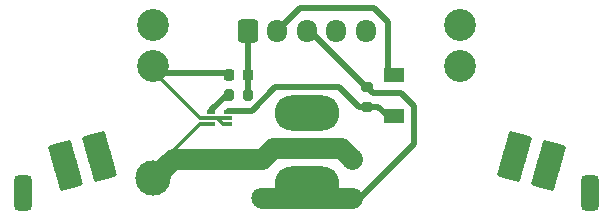
<source format=gtl>
G04 #@! TF.GenerationSoftware,KiCad,Pcbnew,(6.0.5)*
G04 #@! TF.CreationDate,2022-05-28T17:46:07-04:00*
G04 #@! TF.ProjectId,spin-tgd-power,7370696e-2d74-4676-942d-706f7765722e,rev?*
G04 #@! TF.SameCoordinates,Original*
G04 #@! TF.FileFunction,Copper,L1,Top*
G04 #@! TF.FilePolarity,Positive*
%FSLAX46Y46*%
G04 Gerber Fmt 4.6, Leading zero omitted, Abs format (unit mm)*
G04 Created by KiCad (PCBNEW (6.0.5)) date 2022-05-28 17:46:07*
%MOMM*%
%LPD*%
G01*
G04 APERTURE LIST*
G04 Aperture macros list*
%AMRoundRect*
0 Rectangle with rounded corners*
0 $1 Rounding radius*
0 $2 $3 $4 $5 $6 $7 $8 $9 X,Y pos of 4 corners*
0 Add a 4 corners polygon primitive as box body*
4,1,4,$2,$3,$4,$5,$6,$7,$8,$9,$2,$3,0*
0 Add four circle primitives for the rounded corners*
1,1,$1+$1,$2,$3*
1,1,$1+$1,$4,$5*
1,1,$1+$1,$6,$7*
1,1,$1+$1,$8,$9*
0 Add four rect primitives between the rounded corners*
20,1,$1+$1,$2,$3,$4,$5,0*
20,1,$1+$1,$4,$5,$6,$7,0*
20,1,$1+$1,$6,$7,$8,$9,0*
20,1,$1+$1,$8,$9,$2,$3,0*%
G04 Aperture macros list end*
G04 #@! TA.AperFunction,ComponentPad*
%ADD10C,1.800000*%
G04 #@! TD*
G04 #@! TA.AperFunction,ComponentPad*
%ADD11C,3.000000*%
G04 #@! TD*
G04 #@! TA.AperFunction,ComponentPad*
%ADD12RoundRect,0.250000X-0.600000X-0.725000X0.600000X-0.725000X0.600000X0.725000X-0.600000X0.725000X0*%
G04 #@! TD*
G04 #@! TA.AperFunction,ComponentPad*
%ADD13O,1.700000X1.950000*%
G04 #@! TD*
G04 #@! TA.AperFunction,SMDPad,CuDef*
%ADD14RoundRect,0.375000X-0.375000X-1.125000X0.375000X-1.125000X0.375000X1.125000X-0.375000X1.125000X0*%
G04 #@! TD*
G04 #@! TA.AperFunction,ComponentPad*
%ADD15RoundRect,0.375000X-0.375000X-0.375000X0.375000X-0.375000X0.375000X0.375000X-0.375000X0.375000X0*%
G04 #@! TD*
G04 #@! TA.AperFunction,SMDPad,CuDef*
%ADD16R,1.700000X1.300000*%
G04 #@! TD*
G04 #@! TA.AperFunction,SMDPad,CuDef*
%ADD17RoundRect,0.200000X0.200000X0.275000X-0.200000X0.275000X-0.200000X-0.275000X0.200000X-0.275000X0*%
G04 #@! TD*
G04 #@! TA.AperFunction,ComponentPad*
%ADD18C,2.700000*%
G04 #@! TD*
G04 #@! TA.AperFunction,SMDPad,CuDef*
%ADD19RoundRect,0.225000X-0.225000X-0.250000X0.225000X-0.250000X0.225000X0.250000X-0.225000X0.250000X0*%
G04 #@! TD*
G04 #@! TA.AperFunction,ComponentPad*
%ADD20RoundRect,1.500000X-1.250000X0.000000X-1.250000X0.000000X1.250000X0.000000X1.250000X0.000000X0*%
G04 #@! TD*
G04 #@! TA.AperFunction,ComponentPad*
%ADD21RoundRect,0.200000X1.044501X0.807167X-0.500981X1.221277X-1.044501X-0.807167X0.500981X-1.221277X0*%
G04 #@! TD*
G04 #@! TA.AperFunction,ComponentPad*
%ADD22RoundRect,0.200000X-1.044501X-0.807167X0.500981X-1.221277X1.044501X0.807167X-0.500981X1.221277X0*%
G04 #@! TD*
G04 #@! TA.AperFunction,SMDPad,CuDef*
%ADD23R,0.700000X0.340000*%
G04 #@! TD*
G04 #@! TA.AperFunction,ComponentPad*
%ADD24RoundRect,0.200000X0.500981X1.221277X-1.044501X0.807167X-0.500981X-1.221277X1.044501X-0.807167X0*%
G04 #@! TD*
G04 #@! TA.AperFunction,ComponentPad*
%ADD25RoundRect,0.200000X-0.500981X-1.221277X1.044501X-0.807167X0.500981X1.221277X-1.044501X0.807167X0*%
G04 #@! TD*
G04 #@! TA.AperFunction,SMDPad,CuDef*
%ADD26RoundRect,0.200000X-0.275000X0.200000X-0.275000X-0.200000X0.275000X-0.200000X0.275000X0.200000X0*%
G04 #@! TD*
G04 #@! TA.AperFunction,Conductor*
%ADD27C,1.800000*%
G04 #@! TD*
G04 #@! TA.AperFunction,Conductor*
%ADD28C,0.508000*%
G04 #@! TD*
G04 #@! TA.AperFunction,Conductor*
%ADD29C,0.340000*%
G04 #@! TD*
G04 APERTURE END LIST*
D10*
X-3800000Y-16650000D03*
X-3800000Y-13350000D03*
D11*
X-13000000Y-15000000D03*
D12*
X-5000000Y-2500000D03*
D13*
X-2500000Y-2500000D03*
X0Y-2500000D03*
X2500000Y-2500000D03*
X5000000Y-2500000D03*
D14*
X24000000Y-16250000D03*
D15*
X24000000Y-17000000D03*
D16*
X7400000Y-9750000D03*
X7400000Y-6250000D03*
D17*
X-4975000Y-7900000D03*
X-6625000Y-7900000D03*
D18*
X13000000Y-5500000D03*
X13000000Y-2000000D03*
D10*
X3800000Y-16650000D03*
X3800000Y-13350000D03*
D19*
X-6575000Y-6250000D03*
X-5025000Y-6250000D03*
D20*
X0Y-9500000D03*
X0Y-15500000D03*
D18*
X-13000000Y-2000000D03*
X-13000000Y-5500000D03*
D21*
X17356997Y-13836216D03*
D22*
X17745225Y-12387327D03*
X20643003Y-13163784D03*
D21*
X20254775Y-14612673D03*
D23*
X-8150000Y-9400000D03*
X-8150000Y-9900000D03*
X-8150000Y-10400000D03*
X-6650000Y-10400000D03*
X-6650000Y-9900000D03*
X-6650000Y-9400000D03*
D24*
X-20254775Y-14612673D03*
D25*
X-20643003Y-13163784D03*
D24*
X-17356997Y-13836216D03*
D25*
X-17745225Y-12387327D03*
D14*
X-24000000Y-16250000D03*
D15*
X-24000000Y-17000000D03*
D26*
X5100000Y-7275000D03*
X5100000Y-8925000D03*
D27*
X-3800000Y-13350000D02*
X-11350000Y-13350000D01*
X-2900000Y-12450000D02*
X-3800000Y-13350000D01*
X2900000Y-12450000D02*
X-2900000Y-12450000D01*
X3800000Y-13350000D02*
X2900000Y-12450000D01*
D28*
X4500000Y-16650000D02*
X9050000Y-12100000D01*
X9050000Y-12100000D02*
X9050000Y-8850000D01*
X9050000Y-8850000D02*
X8000000Y-7800000D01*
X3800000Y-16650000D02*
X4500000Y-16650000D01*
X5625000Y-7800000D02*
X5100000Y-7275000D01*
D27*
X-3800000Y-16650000D02*
X3800000Y-16650000D01*
D28*
X8000000Y-7800000D02*
X5625000Y-7800000D01*
X-6575000Y-6250000D02*
X-6775000Y-6050000D01*
D29*
X-6650000Y-10400000D02*
X-7100000Y-10400000D01*
D28*
X7400000Y-6250000D02*
X6850000Y-5700000D01*
X5650000Y-600000D02*
X-600000Y-600000D01*
D29*
X-7599999Y-9900001D02*
X-7400001Y-9900001D01*
D28*
X-600000Y-600000D02*
X-2500000Y-2500000D01*
D29*
X-9050000Y-9900000D02*
X-13000000Y-5950000D01*
D28*
X-12450000Y-6050000D02*
X-13000000Y-5500000D01*
D29*
X-7100000Y-10400000D02*
X-7599999Y-9900001D01*
D28*
X6850000Y-5700000D02*
X6850000Y-1800000D01*
D29*
X-7400001Y-9900001D02*
X-6649999Y-9900001D01*
D28*
X6850000Y-1800000D02*
X5650000Y-600000D01*
D29*
X-13000000Y-5950000D02*
X-13000000Y-5500000D01*
X-8149999Y-9900001D02*
X-7400001Y-9900001D01*
X-8150000Y-9900000D02*
X-9050000Y-9900000D01*
D28*
X-6775000Y-6050000D02*
X-12450000Y-6050000D01*
X4987500Y-7275000D02*
X0Y-2287500D01*
X5100000Y-7275000D02*
X4987500Y-7275000D01*
X-6625000Y-7900000D02*
X-6800000Y-7900000D01*
X-6800000Y-7900000D02*
X-8150000Y-9250000D01*
X6025000Y-8925000D02*
X5100000Y-8925000D01*
X6850000Y-9750000D02*
X6025000Y-8925000D01*
X7400000Y-9750000D02*
X6850000Y-9750000D01*
X-4676489Y-9276489D02*
X-6650000Y-9276489D01*
X4375000Y-8925000D02*
X2750000Y-7300000D01*
X-2700000Y-7300000D02*
X-4676489Y-9276489D01*
X5100000Y-8925000D02*
X4375000Y-8925000D01*
X2750000Y-7300000D02*
X-2700000Y-7300000D01*
X-4975000Y-6300000D02*
X-5025000Y-6250000D01*
X-5025000Y-2525000D02*
X-5000000Y-2500000D01*
X-4975000Y-7900000D02*
X-4975000Y-6300000D01*
X-5025000Y-6250000D02*
X-5025000Y-2525000D01*
D29*
X-8150000Y-10400000D02*
X-9050000Y-10400000D01*
D27*
X-11350000Y-13350000D02*
X-13000000Y-15000000D01*
D29*
X-11350000Y-12700000D02*
X-11350000Y-13350000D01*
X-9050000Y-10400000D02*
X-11350000Y-12700000D01*
M02*

</source>
